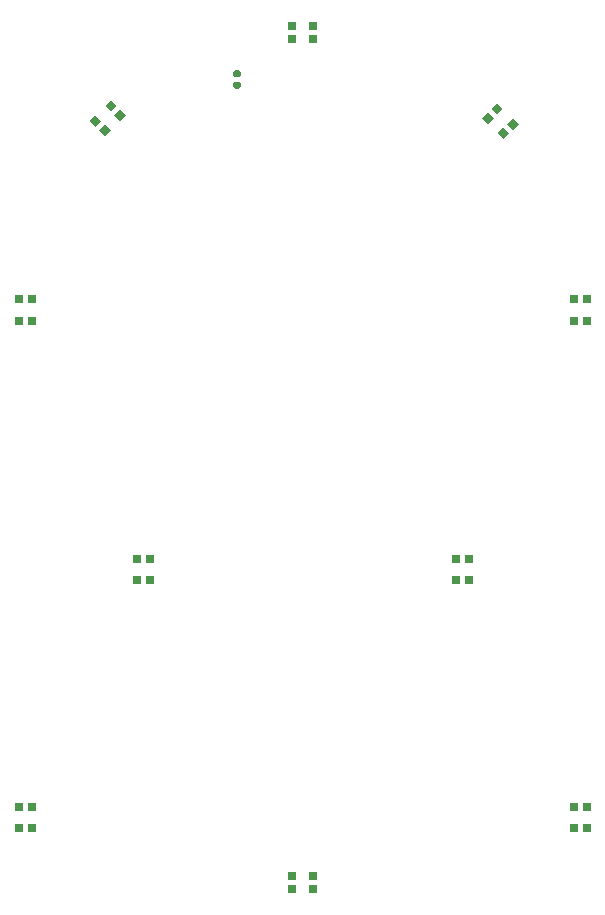
<source format=gbr>
G04 #@! TF.GenerationSoftware,KiCad,Pcbnew,5.1.7-a382d34a8~87~ubuntu18.04.1*
G04 #@! TF.CreationDate,2020-11-02T17:13:51+01:00*
G04 #@! TF.ProjectId,synermycha-electronics,73796e65-726d-4796-9368-612d656c6563,rev?*
G04 #@! TF.SameCoordinates,Original*
G04 #@! TF.FileFunction,Paste,Bot*
G04 #@! TF.FilePolarity,Positive*
%FSLAX46Y46*%
G04 Gerber Fmt 4.6, Leading zero omitted, Abs format (unit mm)*
G04 Created by KiCad (PCBNEW 5.1.7-a382d34a8~87~ubuntu18.04.1) date 2020-11-02 17:13:51*
%MOMM*%
%LPD*%
G01*
G04 APERTURE LIST*
%ADD10R,0.700000X0.700000*%
%ADD11C,0.100000*%
G04 APERTURE END LIST*
D10*
X30950000Y-152915000D03*
X32050000Y-152915000D03*
X32050000Y-151085000D03*
X30950000Y-151085000D03*
X20950000Y-130915000D03*
X22050000Y-130915000D03*
X22050000Y-129085000D03*
X20950000Y-129085000D03*
X44085000Y-105950000D03*
X44085000Y-107050000D03*
X45915000Y-107050000D03*
X45915000Y-105950000D03*
X69050000Y-129085000D03*
X67950000Y-129085000D03*
X67950000Y-130915000D03*
X69050000Y-130915000D03*
X59050000Y-151085000D03*
X57950000Y-151085000D03*
X57950000Y-152915000D03*
X59050000Y-152915000D03*
X69050000Y-172085000D03*
X67950000Y-172085000D03*
X67950000Y-173915000D03*
X69050000Y-173915000D03*
D11*
G36*
X26969114Y-114008094D02*
G01*
X27464089Y-113513119D01*
X27959064Y-114008094D01*
X27464089Y-114503069D01*
X26969114Y-114008094D01*
G37*
G36*
X27746931Y-114785911D02*
G01*
X28241906Y-114290936D01*
X28736881Y-114785911D01*
X28241906Y-115280886D01*
X27746931Y-114785911D01*
G37*
G36*
X29040936Y-113491906D02*
G01*
X29535911Y-112996931D01*
X30030886Y-113491906D01*
X29535911Y-113986881D01*
X29040936Y-113491906D01*
G37*
G36*
X28263119Y-112714089D02*
G01*
X28758094Y-112219114D01*
X29253069Y-112714089D01*
X28758094Y-113209064D01*
X28263119Y-112714089D01*
G37*
G36*
X61491906Y-112469114D02*
G01*
X61986881Y-112964089D01*
X61491906Y-113459064D01*
X60996931Y-112964089D01*
X61491906Y-112469114D01*
G37*
G36*
X60714089Y-113246931D02*
G01*
X61209064Y-113741906D01*
X60714089Y-114236881D01*
X60219114Y-113741906D01*
X60714089Y-113246931D01*
G37*
G36*
X62008094Y-114540936D02*
G01*
X62503069Y-115035911D01*
X62008094Y-115530886D01*
X61513119Y-115035911D01*
X62008094Y-114540936D01*
G37*
G36*
X62785911Y-113763119D02*
G01*
X63280886Y-114258094D01*
X62785911Y-114753069D01*
X62290936Y-114258094D01*
X62785911Y-113763119D01*
G37*
D10*
X45915000Y-179050000D03*
X45915000Y-177950000D03*
X44085000Y-177950000D03*
X44085000Y-179050000D03*
X20950000Y-173915000D03*
X22050000Y-173915000D03*
X22050000Y-172085000D03*
X20950000Y-172085000D03*
G36*
G01*
X39277500Y-110690000D02*
X39622500Y-110690000D01*
G75*
G02*
X39770000Y-110837500I0J-147500D01*
G01*
X39770000Y-111132500D01*
G75*
G02*
X39622500Y-111280000I-147500J0D01*
G01*
X39277500Y-111280000D01*
G75*
G02*
X39130000Y-111132500I0J147500D01*
G01*
X39130000Y-110837500D01*
G75*
G02*
X39277500Y-110690000I147500J0D01*
G01*
G37*
G36*
G01*
X39277500Y-109720000D02*
X39622500Y-109720000D01*
G75*
G02*
X39770000Y-109867500I0J-147500D01*
G01*
X39770000Y-110162500D01*
G75*
G02*
X39622500Y-110310000I-147500J0D01*
G01*
X39277500Y-110310000D01*
G75*
G02*
X39130000Y-110162500I0J147500D01*
G01*
X39130000Y-109867500D01*
G75*
G02*
X39277500Y-109720000I147500J0D01*
G01*
G37*
M02*

</source>
